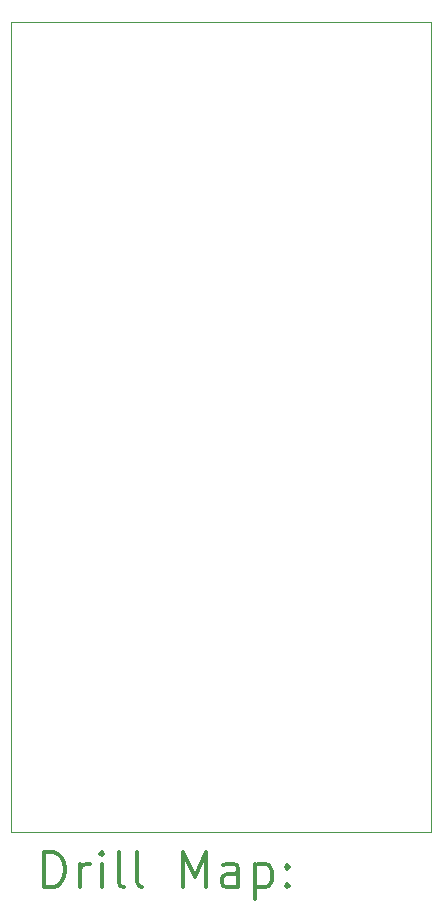
<source format=gbr>
%FSLAX45Y45*%
G04 Gerber Fmt 4.5, Leading zero omitted, Abs format (unit mm)*
G04 Created by KiCad (PCBNEW (5.1.6)-1) date 2020-08-11 03:39:34*
%MOMM*%
%LPD*%
G01*
G04 APERTURE LIST*
%TA.AperFunction,Profile*%
%ADD10C,0.050000*%
%TD*%
%ADD11C,0.200000*%
%ADD12C,0.300000*%
G04 APERTURE END LIST*
D10*
X12192000Y-12827000D02*
X12065000Y-12827000D01*
X12192000Y-5969000D02*
X12065000Y-5969000D01*
X15621000Y-12827000D02*
X14986000Y-12827000D01*
X15621000Y-5969000D02*
X15621000Y-12827000D01*
X15494000Y-5969000D02*
X15621000Y-5969000D01*
X14986000Y-5969000D02*
X15494000Y-5969000D01*
X12065000Y-12827000D02*
X12065000Y-5969000D01*
X14986000Y-12827000D02*
X12192000Y-12827000D01*
X12192000Y-5969000D02*
X14986000Y-5969000D01*
D11*
D12*
X12348928Y-13295214D02*
X12348928Y-12995214D01*
X12420357Y-12995214D01*
X12463214Y-13009500D01*
X12491786Y-13038071D01*
X12506071Y-13066643D01*
X12520357Y-13123786D01*
X12520357Y-13166643D01*
X12506071Y-13223786D01*
X12491786Y-13252357D01*
X12463214Y-13280929D01*
X12420357Y-13295214D01*
X12348928Y-13295214D01*
X12648928Y-13295214D02*
X12648928Y-13095214D01*
X12648928Y-13152357D02*
X12663214Y-13123786D01*
X12677500Y-13109500D01*
X12706071Y-13095214D01*
X12734643Y-13095214D01*
X12834643Y-13295214D02*
X12834643Y-13095214D01*
X12834643Y-12995214D02*
X12820357Y-13009500D01*
X12834643Y-13023786D01*
X12848928Y-13009500D01*
X12834643Y-12995214D01*
X12834643Y-13023786D01*
X13020357Y-13295214D02*
X12991786Y-13280929D01*
X12977500Y-13252357D01*
X12977500Y-12995214D01*
X13177500Y-13295214D02*
X13148928Y-13280929D01*
X13134643Y-13252357D01*
X13134643Y-12995214D01*
X13520357Y-13295214D02*
X13520357Y-12995214D01*
X13620357Y-13209500D01*
X13720357Y-12995214D01*
X13720357Y-13295214D01*
X13991786Y-13295214D02*
X13991786Y-13138071D01*
X13977500Y-13109500D01*
X13948928Y-13095214D01*
X13891786Y-13095214D01*
X13863214Y-13109500D01*
X13991786Y-13280929D02*
X13963214Y-13295214D01*
X13891786Y-13295214D01*
X13863214Y-13280929D01*
X13848928Y-13252357D01*
X13848928Y-13223786D01*
X13863214Y-13195214D01*
X13891786Y-13180929D01*
X13963214Y-13180929D01*
X13991786Y-13166643D01*
X14134643Y-13095214D02*
X14134643Y-13395214D01*
X14134643Y-13109500D02*
X14163214Y-13095214D01*
X14220357Y-13095214D01*
X14248928Y-13109500D01*
X14263214Y-13123786D01*
X14277500Y-13152357D01*
X14277500Y-13238071D01*
X14263214Y-13266643D01*
X14248928Y-13280929D01*
X14220357Y-13295214D01*
X14163214Y-13295214D01*
X14134643Y-13280929D01*
X14406071Y-13266643D02*
X14420357Y-13280929D01*
X14406071Y-13295214D01*
X14391786Y-13280929D01*
X14406071Y-13266643D01*
X14406071Y-13295214D01*
X14406071Y-13109500D02*
X14420357Y-13123786D01*
X14406071Y-13138071D01*
X14391786Y-13123786D01*
X14406071Y-13109500D01*
X14406071Y-13138071D01*
M02*

</source>
